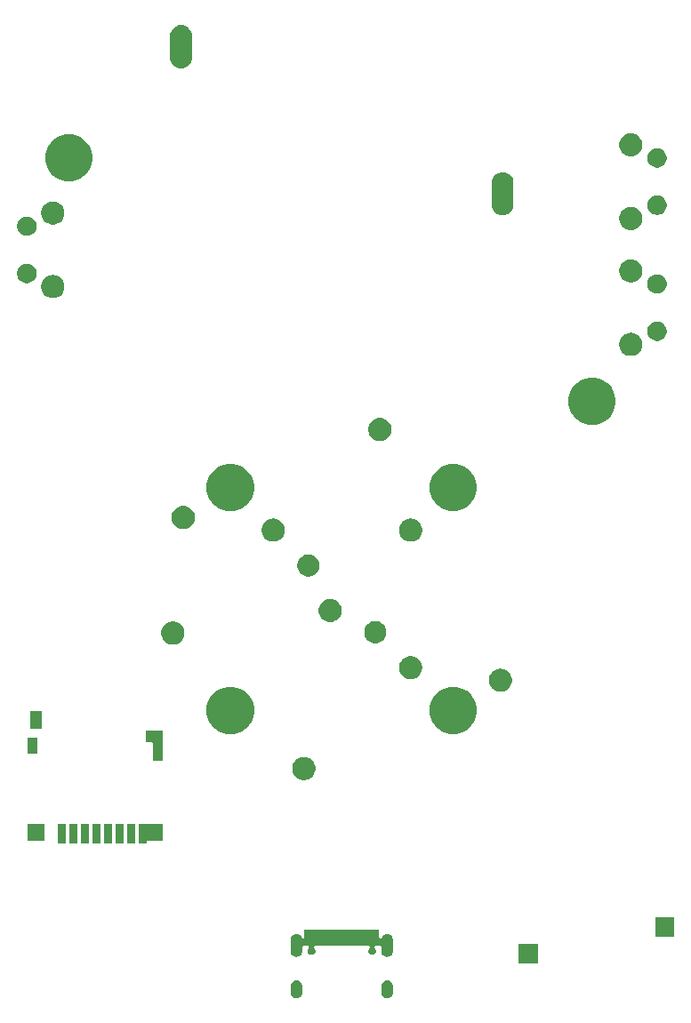
<source format=gbr>
G04 #@! TF.GenerationSoftware,KiCad,Pcbnew,(5.1.0-0)*
G04 #@! TF.CreationDate,2019-05-15T23:46:39-04:00*
G04 #@! TF.ProjectId,phone-hw,70686f6e-652d-4687-972e-6b696361645f,rev?*
G04 #@! TF.SameCoordinates,Original*
G04 #@! TF.FileFunction,Soldermask,Bot*
G04 #@! TF.FilePolarity,Negative*
%FSLAX46Y46*%
G04 Gerber Fmt 4.6, Leading zero omitted, Abs format (unit mm)*
G04 Created by KiCad (PCBNEW (5.1.0-0)) date 2019-05-15 23:46:39*
%MOMM*%
%LPD*%
G04 APERTURE LIST*
%ADD10C,0.100000*%
G04 APERTURE END LIST*
D10*
G36*
X57428015Y-118336973D02*
G01*
X57531879Y-118368479D01*
X57559055Y-118383005D01*
X57627600Y-118419643D01*
X57711501Y-118488499D01*
X57780357Y-118572400D01*
X57816995Y-118640945D01*
X57831521Y-118668121D01*
X57863027Y-118771985D01*
X57871000Y-118852933D01*
X57871000Y-119507067D01*
X57863027Y-119588015D01*
X57831521Y-119691879D01*
X57780356Y-119787600D01*
X57711501Y-119871501D01*
X57642645Y-119928009D01*
X57627599Y-119940357D01*
X57575907Y-119967987D01*
X57531878Y-119991521D01*
X57428014Y-120023027D01*
X57320000Y-120033666D01*
X57211985Y-120023027D01*
X57108121Y-119991521D01*
X57064093Y-119967987D01*
X57012401Y-119940357D01*
X56999643Y-119929887D01*
X56928499Y-119871501D01*
X56859644Y-119787600D01*
X56808479Y-119691878D01*
X56776973Y-119588014D01*
X56769000Y-119507066D01*
X56769000Y-118852933D01*
X56776973Y-118771985D01*
X56808480Y-118668121D01*
X56808482Y-118668118D01*
X56859645Y-118572399D01*
X56928500Y-118488499D01*
X57012401Y-118419643D01*
X57080946Y-118383005D01*
X57108122Y-118368479D01*
X57211986Y-118336973D01*
X57320000Y-118326334D01*
X57428015Y-118336973D01*
X57428015Y-118336973D01*
G37*
G36*
X48788015Y-118336973D02*
G01*
X48891879Y-118368479D01*
X48919055Y-118383005D01*
X48987600Y-118419643D01*
X49071501Y-118488499D01*
X49140357Y-118572400D01*
X49176995Y-118640945D01*
X49191521Y-118668121D01*
X49223027Y-118771985D01*
X49231000Y-118852933D01*
X49231000Y-119507067D01*
X49223027Y-119588015D01*
X49191521Y-119691879D01*
X49140356Y-119787600D01*
X49071501Y-119871501D01*
X49002645Y-119928009D01*
X48987599Y-119940357D01*
X48935907Y-119967987D01*
X48891878Y-119991521D01*
X48788014Y-120023027D01*
X48680000Y-120033666D01*
X48571985Y-120023027D01*
X48468121Y-119991521D01*
X48424093Y-119967987D01*
X48372401Y-119940357D01*
X48359643Y-119929887D01*
X48288499Y-119871501D01*
X48219644Y-119787600D01*
X48168479Y-119691878D01*
X48136973Y-119588014D01*
X48129000Y-119507066D01*
X48129000Y-118852933D01*
X48136973Y-118771985D01*
X48168480Y-118668121D01*
X48168482Y-118668118D01*
X48219645Y-118572399D01*
X48288500Y-118488499D01*
X48372401Y-118419643D01*
X48440946Y-118383005D01*
X48468122Y-118368479D01*
X48571986Y-118336973D01*
X48680000Y-118326334D01*
X48788015Y-118336973D01*
X48788015Y-118336973D01*
G37*
G36*
X71651000Y-116701000D02*
G01*
X69849000Y-116701000D01*
X69849000Y-114899000D01*
X71651000Y-114899000D01*
X71651000Y-116701000D01*
X71651000Y-116701000D01*
G37*
G36*
X56551000Y-114244247D02*
G01*
X56553402Y-114268633D01*
X56560515Y-114292082D01*
X56572066Y-114313693D01*
X56587611Y-114332635D01*
X56606553Y-114348180D01*
X56628164Y-114359731D01*
X56651613Y-114366844D01*
X56675999Y-114369246D01*
X56700385Y-114366844D01*
X56723834Y-114359731D01*
X56745445Y-114348180D01*
X56764387Y-114332635D01*
X56779932Y-114313693D01*
X56795613Y-114280537D01*
X56808480Y-114238121D01*
X56823006Y-114210945D01*
X56859644Y-114142400D01*
X56928500Y-114058499D01*
X57012401Y-113989643D01*
X57080946Y-113953005D01*
X57108122Y-113938479D01*
X57211986Y-113906973D01*
X57320000Y-113896334D01*
X57428015Y-113906973D01*
X57531879Y-113938479D01*
X57559055Y-113953005D01*
X57627600Y-113989643D01*
X57711501Y-114058499D01*
X57780357Y-114142400D01*
X57816995Y-114210945D01*
X57831521Y-114238121D01*
X57863027Y-114341985D01*
X57871000Y-114422933D01*
X57871000Y-115577067D01*
X57863027Y-115658015D01*
X57831521Y-115761879D01*
X57780356Y-115857600D01*
X57711501Y-115941501D01*
X57642645Y-115998009D01*
X57627599Y-116010357D01*
X57575907Y-116037987D01*
X57531878Y-116061521D01*
X57428014Y-116093027D01*
X57320000Y-116103666D01*
X57211985Y-116093027D01*
X57108121Y-116061521D01*
X57064093Y-116037987D01*
X57012401Y-116010357D01*
X56999643Y-115999887D01*
X56928499Y-115941501D01*
X56859644Y-115857600D01*
X56808479Y-115761878D01*
X56776973Y-115658014D01*
X56769000Y-115577066D01*
X56769000Y-115175999D01*
X56766598Y-115151613D01*
X56759485Y-115128164D01*
X56747934Y-115106553D01*
X56732389Y-115087611D01*
X56713447Y-115072066D01*
X56691836Y-115060515D01*
X56668387Y-115053402D01*
X56644001Y-115051000D01*
X56244518Y-115051000D01*
X56220132Y-115053402D01*
X56196683Y-115060515D01*
X56175072Y-115072066D01*
X56156130Y-115087611D01*
X56140585Y-115106553D01*
X56129034Y-115128164D01*
X56121921Y-115151613D01*
X56119519Y-115175999D01*
X56121921Y-115200385D01*
X56129034Y-115223834D01*
X56140585Y-115245445D01*
X56156125Y-115264381D01*
X56182058Y-115290314D01*
X56223207Y-115351897D01*
X56251550Y-115420325D01*
X56251551Y-115420328D01*
X56266000Y-115492966D01*
X56266000Y-115567034D01*
X56264006Y-115577060D01*
X56251550Y-115639675D01*
X56223207Y-115708103D01*
X56182058Y-115769686D01*
X56129686Y-115822058D01*
X56068103Y-115863207D01*
X55999675Y-115891550D01*
X55999674Y-115891550D01*
X55999672Y-115891551D01*
X55927034Y-115906000D01*
X55852966Y-115906000D01*
X55780328Y-115891551D01*
X55780326Y-115891550D01*
X55780325Y-115891550D01*
X55711897Y-115863207D01*
X55650314Y-115822058D01*
X55597942Y-115769686D01*
X55556793Y-115708103D01*
X55528450Y-115639675D01*
X55515995Y-115577060D01*
X55514000Y-115567034D01*
X55514000Y-115492966D01*
X55528449Y-115420328D01*
X55528450Y-115420325D01*
X55556793Y-115351897D01*
X55597942Y-115290314D01*
X55623875Y-115264381D01*
X55639415Y-115245445D01*
X55650966Y-115223834D01*
X55658079Y-115200385D01*
X55660481Y-115175999D01*
X55658079Y-115151613D01*
X55650966Y-115128164D01*
X55639415Y-115106553D01*
X55623870Y-115087611D01*
X55604928Y-115072066D01*
X55583317Y-115060515D01*
X55559868Y-115053402D01*
X55535482Y-115051000D01*
X50464518Y-115051000D01*
X50440132Y-115053402D01*
X50416683Y-115060515D01*
X50395072Y-115072066D01*
X50376130Y-115087611D01*
X50360585Y-115106553D01*
X50349034Y-115128164D01*
X50341921Y-115151613D01*
X50339519Y-115175999D01*
X50341921Y-115200385D01*
X50349034Y-115223834D01*
X50360585Y-115245445D01*
X50376125Y-115264381D01*
X50402058Y-115290314D01*
X50443207Y-115351897D01*
X50471550Y-115420325D01*
X50471551Y-115420328D01*
X50486000Y-115492966D01*
X50486000Y-115567034D01*
X50484006Y-115577060D01*
X50471550Y-115639675D01*
X50443207Y-115708103D01*
X50402058Y-115769686D01*
X50349686Y-115822058D01*
X50288103Y-115863207D01*
X50219675Y-115891550D01*
X50219674Y-115891550D01*
X50219672Y-115891551D01*
X50147034Y-115906000D01*
X50072966Y-115906000D01*
X50000328Y-115891551D01*
X50000326Y-115891550D01*
X50000325Y-115891550D01*
X49931897Y-115863207D01*
X49870314Y-115822058D01*
X49817942Y-115769686D01*
X49776793Y-115708103D01*
X49748450Y-115639675D01*
X49735995Y-115577060D01*
X49734000Y-115567034D01*
X49734000Y-115492966D01*
X49748449Y-115420328D01*
X49748450Y-115420325D01*
X49776793Y-115351897D01*
X49817942Y-115290314D01*
X49843875Y-115264381D01*
X49859415Y-115245445D01*
X49870966Y-115223834D01*
X49878079Y-115200385D01*
X49880481Y-115175999D01*
X49878079Y-115151613D01*
X49870966Y-115128164D01*
X49859415Y-115106553D01*
X49843870Y-115087611D01*
X49824928Y-115072066D01*
X49803317Y-115060515D01*
X49779868Y-115053402D01*
X49755482Y-115051000D01*
X49355999Y-115051000D01*
X49331613Y-115053402D01*
X49308164Y-115060515D01*
X49286553Y-115072066D01*
X49267611Y-115087611D01*
X49252066Y-115106553D01*
X49240515Y-115128164D01*
X49233402Y-115151613D01*
X49231000Y-115175999D01*
X49231000Y-115577067D01*
X49223027Y-115658015D01*
X49191521Y-115761879D01*
X49140356Y-115857600D01*
X49071501Y-115941501D01*
X49002645Y-115998009D01*
X48987599Y-116010357D01*
X48935907Y-116037987D01*
X48891878Y-116061521D01*
X48788014Y-116093027D01*
X48680000Y-116103666D01*
X48571985Y-116093027D01*
X48468121Y-116061521D01*
X48424093Y-116037987D01*
X48372401Y-116010357D01*
X48359643Y-115999887D01*
X48288499Y-115941501D01*
X48219644Y-115857600D01*
X48168479Y-115761878D01*
X48136973Y-115658014D01*
X48129000Y-115577066D01*
X48129001Y-114422933D01*
X48136974Y-114341985D01*
X48168480Y-114238121D01*
X48183006Y-114210945D01*
X48219644Y-114142400D01*
X48288500Y-114058499D01*
X48372401Y-113989643D01*
X48440946Y-113953005D01*
X48468122Y-113938479D01*
X48571986Y-113906973D01*
X48680000Y-113896334D01*
X48788015Y-113906973D01*
X48891879Y-113938479D01*
X48919055Y-113953005D01*
X48987600Y-113989643D01*
X49071501Y-114058499D01*
X49140357Y-114142400D01*
X49176995Y-114210945D01*
X49191521Y-114238121D01*
X49204388Y-114280538D01*
X49213762Y-114303168D01*
X49227375Y-114323542D01*
X49244702Y-114340869D01*
X49265077Y-114354483D01*
X49287716Y-114363861D01*
X49311749Y-114368641D01*
X49336253Y-114368641D01*
X49360286Y-114363861D01*
X49382925Y-114354483D01*
X49403299Y-114340870D01*
X49420626Y-114323543D01*
X49434240Y-114303168D01*
X49443618Y-114280529D01*
X49448398Y-114256496D01*
X49449000Y-114244244D01*
X49449000Y-113499000D01*
X56551000Y-113499000D01*
X56551000Y-114244247D01*
X56551000Y-114244247D01*
G37*
G36*
X84651000Y-114151000D02*
G01*
X82849000Y-114151000D01*
X82849000Y-112349000D01*
X84651000Y-112349000D01*
X84651000Y-114151000D01*
X84651000Y-114151000D01*
G37*
G36*
X35926000Y-105026000D02*
G01*
X34550999Y-105026000D01*
X34526613Y-105028402D01*
X34503164Y-105035515D01*
X34481553Y-105047066D01*
X34462611Y-105062611D01*
X34447066Y-105081553D01*
X34435515Y-105103164D01*
X34428402Y-105126613D01*
X34426000Y-105150999D01*
X34426000Y-105276000D01*
X33624000Y-105276000D01*
X33624000Y-103424000D01*
X35926000Y-103424000D01*
X35926000Y-105026000D01*
X35926000Y-105026000D01*
G37*
G36*
X33326000Y-105276000D02*
G01*
X32524000Y-105276000D01*
X32524000Y-103424000D01*
X33326000Y-103424000D01*
X33326000Y-105276000D01*
X33326000Y-105276000D01*
G37*
G36*
X32226000Y-105276000D02*
G01*
X31424000Y-105276000D01*
X31424000Y-103424000D01*
X32226000Y-103424000D01*
X32226000Y-105276000D01*
X32226000Y-105276000D01*
G37*
G36*
X31126000Y-105276000D02*
G01*
X30324000Y-105276000D01*
X30324000Y-103424000D01*
X31126000Y-103424000D01*
X31126000Y-105276000D01*
X31126000Y-105276000D01*
G37*
G36*
X30026000Y-105276000D02*
G01*
X29224000Y-105276000D01*
X29224000Y-103424000D01*
X30026000Y-103424000D01*
X30026000Y-105276000D01*
X30026000Y-105276000D01*
G37*
G36*
X28926000Y-105276000D02*
G01*
X28124000Y-105276000D01*
X28124000Y-103424000D01*
X28926000Y-103424000D01*
X28926000Y-105276000D01*
X28926000Y-105276000D01*
G37*
G36*
X27826000Y-105276000D02*
G01*
X27024000Y-105276000D01*
X27024000Y-103424000D01*
X27826000Y-103424000D01*
X27826000Y-105276000D01*
X27826000Y-105276000D01*
G37*
G36*
X26726000Y-105276000D02*
G01*
X25924000Y-105276000D01*
X25924000Y-103424000D01*
X26726000Y-103424000D01*
X26726000Y-105276000D01*
X26726000Y-105276000D01*
G37*
G36*
X24676000Y-105026000D02*
G01*
X23074000Y-105026000D01*
X23074000Y-103424000D01*
X24676000Y-103424000D01*
X24676000Y-105026000D01*
X24676000Y-105026000D01*
G37*
G36*
X49604795Y-97070156D02*
G01*
X49711150Y-97091311D01*
X49811334Y-97132809D01*
X49911520Y-97174307D01*
X50091844Y-97294795D01*
X50245205Y-97448156D01*
X50365693Y-97628480D01*
X50448689Y-97828851D01*
X50491000Y-98041560D01*
X50491000Y-98258440D01*
X50448689Y-98471149D01*
X50365693Y-98671520D01*
X50245205Y-98851844D01*
X50091844Y-99005205D01*
X49911520Y-99125693D01*
X49811334Y-99167191D01*
X49711150Y-99208689D01*
X49604795Y-99229844D01*
X49498440Y-99251000D01*
X49281560Y-99251000D01*
X49175205Y-99229844D01*
X49068850Y-99208689D01*
X48968666Y-99167191D01*
X48868480Y-99125693D01*
X48688156Y-99005205D01*
X48534795Y-98851844D01*
X48414307Y-98671520D01*
X48331311Y-98471149D01*
X48289000Y-98258440D01*
X48289000Y-98041560D01*
X48331311Y-97828851D01*
X48414307Y-97628480D01*
X48534795Y-97448156D01*
X48688156Y-97294795D01*
X48868480Y-97174307D01*
X49068850Y-97091311D01*
X49175205Y-97070156D01*
X49281560Y-97049000D01*
X49498440Y-97049000D01*
X49604795Y-97070156D01*
X49604795Y-97070156D01*
G37*
G36*
X35926000Y-97426000D02*
G01*
X35024000Y-97426000D01*
X35024000Y-95800999D01*
X35021598Y-95776613D01*
X35014485Y-95753164D01*
X35002934Y-95731553D01*
X34987389Y-95712611D01*
X34968447Y-95697066D01*
X34946836Y-95685515D01*
X34923387Y-95678402D01*
X34899001Y-95676000D01*
X34374000Y-95676000D01*
X34374000Y-94574000D01*
X35926000Y-94574000D01*
X35926000Y-97426000D01*
X35926000Y-97426000D01*
G37*
G36*
X23976000Y-96726000D02*
G01*
X23074000Y-96726000D01*
X23074000Y-95224000D01*
X23976000Y-95224000D01*
X23976000Y-96726000D01*
X23976000Y-96726000D01*
G37*
G36*
X63885880Y-90369776D02*
G01*
X64266593Y-90445504D01*
X64676249Y-90615189D01*
X65044929Y-90861534D01*
X65358466Y-91175071D01*
X65604811Y-91543751D01*
X65774496Y-91953407D01*
X65861000Y-92388296D01*
X65861000Y-92831704D01*
X65774496Y-93266593D01*
X65604811Y-93676249D01*
X65358466Y-94044929D01*
X65044929Y-94358466D01*
X64676249Y-94604811D01*
X64266593Y-94774496D01*
X63885880Y-94850224D01*
X63831705Y-94861000D01*
X63388295Y-94861000D01*
X63334120Y-94850224D01*
X62953407Y-94774496D01*
X62543751Y-94604811D01*
X62175071Y-94358466D01*
X61861534Y-94044929D01*
X61615189Y-93676249D01*
X61445504Y-93266593D01*
X61359000Y-92831704D01*
X61359000Y-92388296D01*
X61445504Y-91953407D01*
X61615189Y-91543751D01*
X61861534Y-91175071D01*
X62175071Y-90861534D01*
X62543751Y-90615189D01*
X62953407Y-90445504D01*
X63334120Y-90369776D01*
X63388295Y-90359000D01*
X63831705Y-90359000D01*
X63885880Y-90369776D01*
X63885880Y-90369776D01*
G37*
G36*
X42665880Y-90369776D02*
G01*
X43046593Y-90445504D01*
X43456249Y-90615189D01*
X43824929Y-90861534D01*
X44138466Y-91175071D01*
X44384811Y-91543751D01*
X44554496Y-91953407D01*
X44641000Y-92388296D01*
X44641000Y-92831704D01*
X44554496Y-93266593D01*
X44384811Y-93676249D01*
X44138466Y-94044929D01*
X43824929Y-94358466D01*
X43456249Y-94604811D01*
X43046593Y-94774496D01*
X42665880Y-94850224D01*
X42611705Y-94861000D01*
X42168295Y-94861000D01*
X42114120Y-94850224D01*
X41733407Y-94774496D01*
X41323751Y-94604811D01*
X40955071Y-94358466D01*
X40641534Y-94044929D01*
X40395189Y-93676249D01*
X40225504Y-93266593D01*
X40139000Y-92831704D01*
X40139000Y-92388296D01*
X40225504Y-91953407D01*
X40395189Y-91543751D01*
X40641534Y-91175071D01*
X40955071Y-90861534D01*
X41323751Y-90615189D01*
X41733407Y-90445504D01*
X42114120Y-90369776D01*
X42168295Y-90359000D01*
X42611705Y-90359000D01*
X42665880Y-90369776D01*
X42665880Y-90369776D01*
G37*
G36*
X24476000Y-94376000D02*
G01*
X23374000Y-94376000D01*
X23374000Y-92724000D01*
X24476000Y-92724000D01*
X24476000Y-94376000D01*
X24476000Y-94376000D01*
G37*
G36*
X68316794Y-88670155D02*
G01*
X68423150Y-88691311D01*
X68623520Y-88774307D01*
X68803844Y-88894795D01*
X68957205Y-89048156D01*
X69077693Y-89228480D01*
X69160689Y-89428851D01*
X69203000Y-89641560D01*
X69203000Y-89858440D01*
X69160689Y-90071149D01*
X69077693Y-90271520D01*
X68957205Y-90451844D01*
X68803844Y-90605205D01*
X68623520Y-90725693D01*
X68523334Y-90767191D01*
X68423150Y-90808689D01*
X68316795Y-90829844D01*
X68210440Y-90851000D01*
X67993560Y-90851000D01*
X67887205Y-90829844D01*
X67780850Y-90808689D01*
X67680666Y-90767191D01*
X67580480Y-90725693D01*
X67400156Y-90605205D01*
X67246795Y-90451844D01*
X67126307Y-90271520D01*
X67043311Y-90071149D01*
X67001000Y-89858440D01*
X67001000Y-89641560D01*
X67043311Y-89428851D01*
X67126307Y-89228480D01*
X67246795Y-89048156D01*
X67400156Y-88894795D01*
X67580480Y-88774307D01*
X67780850Y-88691311D01*
X67887206Y-88670155D01*
X67993560Y-88649000D01*
X68210440Y-88649000D01*
X68316794Y-88670155D01*
X68316794Y-88670155D01*
G37*
G36*
X59761794Y-87467155D02*
G01*
X59868150Y-87488311D01*
X59968334Y-87529809D01*
X60068520Y-87571307D01*
X60248844Y-87691795D01*
X60402205Y-87845156D01*
X60522693Y-88025480D01*
X60605689Y-88225851D01*
X60648000Y-88438560D01*
X60648000Y-88655440D01*
X60605689Y-88868149D01*
X60522693Y-89068520D01*
X60402205Y-89248844D01*
X60248844Y-89402205D01*
X60068520Y-89522693D01*
X59968334Y-89564191D01*
X59868150Y-89605689D01*
X59761795Y-89626844D01*
X59655440Y-89648000D01*
X59438560Y-89648000D01*
X59332205Y-89626844D01*
X59225850Y-89605689D01*
X59025480Y-89522693D01*
X58845156Y-89402205D01*
X58691795Y-89248844D01*
X58571307Y-89068520D01*
X58488311Y-88868149D01*
X58446000Y-88655440D01*
X58446000Y-88438560D01*
X58488311Y-88225851D01*
X58571307Y-88025480D01*
X58691795Y-87845156D01*
X58845156Y-87691795D01*
X59025480Y-87571307D01*
X59225850Y-87488311D01*
X59332206Y-87467155D01*
X59438560Y-87446000D01*
X59655440Y-87446000D01*
X59761794Y-87467155D01*
X59761794Y-87467155D01*
G37*
G36*
X37135795Y-84174156D02*
G01*
X37242150Y-84195311D01*
X37280026Y-84211000D01*
X37442520Y-84278307D01*
X37622844Y-84398795D01*
X37776205Y-84552156D01*
X37896693Y-84732480D01*
X37979689Y-84932851D01*
X38022000Y-85145560D01*
X38022000Y-85362440D01*
X37979689Y-85575149D01*
X37896693Y-85775520D01*
X37776205Y-85955844D01*
X37622844Y-86109205D01*
X37442520Y-86229693D01*
X37242150Y-86312689D01*
X37135794Y-86333845D01*
X37029440Y-86355000D01*
X36812560Y-86355000D01*
X36706206Y-86333845D01*
X36599850Y-86312689D01*
X36399480Y-86229693D01*
X36219156Y-86109205D01*
X36065795Y-85955844D01*
X35945307Y-85775520D01*
X35862311Y-85575149D01*
X35820000Y-85362440D01*
X35820000Y-85145560D01*
X35862311Y-84932851D01*
X35945307Y-84732480D01*
X36065795Y-84552156D01*
X36219156Y-84398795D01*
X36399480Y-84278307D01*
X36561974Y-84211000D01*
X36599850Y-84195311D01*
X36706205Y-84174156D01*
X36812560Y-84153000D01*
X37029440Y-84153000D01*
X37135795Y-84174156D01*
X37135795Y-84174156D01*
G37*
G36*
X56488564Y-84171389D02*
G01*
X56679833Y-84250615D01*
X56679835Y-84250616D01*
X56721277Y-84278307D01*
X56851973Y-84365635D01*
X56998365Y-84512027D01*
X57113385Y-84684167D01*
X57192611Y-84875436D01*
X57233000Y-85078484D01*
X57233000Y-85285516D01*
X57192611Y-85488564D01*
X57156746Y-85575149D01*
X57113384Y-85679835D01*
X56998365Y-85851973D01*
X56851973Y-85998365D01*
X56679835Y-86113384D01*
X56679834Y-86113385D01*
X56679833Y-86113385D01*
X56488564Y-86192611D01*
X56285516Y-86233000D01*
X56078484Y-86233000D01*
X55875436Y-86192611D01*
X55684167Y-86113385D01*
X55684166Y-86113385D01*
X55684165Y-86113384D01*
X55512027Y-85998365D01*
X55365635Y-85851973D01*
X55250616Y-85679835D01*
X55207254Y-85575149D01*
X55171389Y-85488564D01*
X55131000Y-85285516D01*
X55131000Y-85078484D01*
X55171389Y-84875436D01*
X55250615Y-84684167D01*
X55365635Y-84512027D01*
X55512027Y-84365635D01*
X55642723Y-84278307D01*
X55684165Y-84250616D01*
X55684167Y-84250615D01*
X55875436Y-84171389D01*
X56078484Y-84131000D01*
X56285516Y-84131000D01*
X56488564Y-84171389D01*
X56488564Y-84171389D01*
G37*
G36*
X52104795Y-82030156D02*
G01*
X52211150Y-82051311D01*
X52311334Y-82092809D01*
X52411520Y-82134307D01*
X52591844Y-82254795D01*
X52745205Y-82408156D01*
X52865693Y-82588480D01*
X52948689Y-82788851D01*
X52991000Y-83001560D01*
X52991000Y-83218440D01*
X52948689Y-83431149D01*
X52865693Y-83631520D01*
X52745205Y-83811844D01*
X52591844Y-83965205D01*
X52411520Y-84085693D01*
X52211150Y-84168689D01*
X52104795Y-84189844D01*
X51998440Y-84211000D01*
X51781560Y-84211000D01*
X51675205Y-84189844D01*
X51568850Y-84168689D01*
X51368480Y-84085693D01*
X51188156Y-83965205D01*
X51034795Y-83811844D01*
X50914307Y-83631520D01*
X50831311Y-83431149D01*
X50789000Y-83218440D01*
X50789000Y-83001560D01*
X50831311Y-82788851D01*
X50914307Y-82588480D01*
X51034795Y-82408156D01*
X51188156Y-82254795D01*
X51368480Y-82134307D01*
X51468666Y-82092809D01*
X51568850Y-82051311D01*
X51675205Y-82030156D01*
X51781560Y-82009000D01*
X51998440Y-82009000D01*
X52104795Y-82030156D01*
X52104795Y-82030156D01*
G37*
G36*
X50124564Y-77807389D02*
G01*
X50315833Y-77886615D01*
X50315835Y-77886616D01*
X50487973Y-78001635D01*
X50634365Y-78148027D01*
X50749385Y-78320167D01*
X50828611Y-78511436D01*
X50869000Y-78714484D01*
X50869000Y-78921516D01*
X50828611Y-79124564D01*
X50749385Y-79315833D01*
X50749384Y-79315835D01*
X50634365Y-79487973D01*
X50487973Y-79634365D01*
X50315835Y-79749384D01*
X50315834Y-79749385D01*
X50315833Y-79749385D01*
X50124564Y-79828611D01*
X49921516Y-79869000D01*
X49714484Y-79869000D01*
X49511436Y-79828611D01*
X49320167Y-79749385D01*
X49320166Y-79749385D01*
X49320165Y-79749384D01*
X49148027Y-79634365D01*
X49001635Y-79487973D01*
X48886616Y-79315835D01*
X48886615Y-79315833D01*
X48807389Y-79124564D01*
X48767000Y-78921516D01*
X48767000Y-78714484D01*
X48807389Y-78511436D01*
X48886615Y-78320167D01*
X49001635Y-78148027D01*
X49148027Y-78001635D01*
X49320165Y-77886616D01*
X49320167Y-77886615D01*
X49511436Y-77807389D01*
X49714484Y-77767000D01*
X49921516Y-77767000D01*
X50124564Y-77807389D01*
X50124564Y-77807389D01*
G37*
G36*
X46667794Y-74373155D02*
G01*
X46774150Y-74394311D01*
X46874334Y-74435809D01*
X46974520Y-74477307D01*
X47154844Y-74597795D01*
X47308205Y-74751156D01*
X47428693Y-74931480D01*
X47428693Y-74931481D01*
X47511275Y-75130850D01*
X47511689Y-75131851D01*
X47554000Y-75344560D01*
X47554000Y-75561440D01*
X47511689Y-75774149D01*
X47428693Y-75974520D01*
X47308205Y-76154844D01*
X47154844Y-76308205D01*
X46974520Y-76428693D01*
X46774150Y-76511689D01*
X46667795Y-76532844D01*
X46561440Y-76554000D01*
X46344560Y-76554000D01*
X46238205Y-76532844D01*
X46131850Y-76511689D01*
X45931480Y-76428693D01*
X45751156Y-76308205D01*
X45597795Y-76154844D01*
X45477307Y-75974520D01*
X45394311Y-75774149D01*
X45352000Y-75561440D01*
X45352000Y-75344560D01*
X45394311Y-75131851D01*
X45394726Y-75130850D01*
X45477307Y-74931481D01*
X45477307Y-74931480D01*
X45597795Y-74751156D01*
X45751156Y-74597795D01*
X45931480Y-74477307D01*
X46031666Y-74435809D01*
X46131850Y-74394311D01*
X46238206Y-74373155D01*
X46344560Y-74352000D01*
X46561440Y-74352000D01*
X46667794Y-74373155D01*
X46667794Y-74373155D01*
G37*
G36*
X59762794Y-74372155D02*
G01*
X59869150Y-74393311D01*
X59969334Y-74434809D01*
X60069520Y-74476307D01*
X60249844Y-74596795D01*
X60403205Y-74750156D01*
X60523693Y-74930480D01*
X60532542Y-74951844D01*
X60606689Y-75130850D01*
X60649000Y-75343561D01*
X60649000Y-75560439D01*
X60606689Y-75773150D01*
X60565191Y-75873334D01*
X60523693Y-75973520D01*
X60403205Y-76153844D01*
X60249844Y-76307205D01*
X60069520Y-76427693D01*
X59969334Y-76469191D01*
X59869150Y-76510689D01*
X59762795Y-76531844D01*
X59656440Y-76553000D01*
X59439560Y-76553000D01*
X59333205Y-76531844D01*
X59226850Y-76510689D01*
X59126666Y-76469191D01*
X59026480Y-76427693D01*
X58846156Y-76307205D01*
X58692795Y-76153844D01*
X58572307Y-75973520D01*
X58530809Y-75873334D01*
X58489311Y-75773150D01*
X58447000Y-75560439D01*
X58447000Y-75343561D01*
X58489311Y-75130850D01*
X58563458Y-74951844D01*
X58572307Y-74930480D01*
X58692795Y-74750156D01*
X58846156Y-74596795D01*
X59026480Y-74476307D01*
X59126666Y-74434809D01*
X59226850Y-74393311D01*
X59333206Y-74372155D01*
X59439560Y-74351000D01*
X59656440Y-74351000D01*
X59762794Y-74372155D01*
X59762794Y-74372155D01*
G37*
G36*
X38112794Y-73170155D02*
G01*
X38219150Y-73191311D01*
X38419520Y-73274307D01*
X38599844Y-73394795D01*
X38753205Y-73548156D01*
X38873693Y-73728480D01*
X38873693Y-73728481D01*
X38956689Y-73928850D01*
X38999000Y-74141561D01*
X38999000Y-74358439D01*
X38975555Y-74476307D01*
X38956689Y-74571149D01*
X38873693Y-74771520D01*
X38753205Y-74951844D01*
X38599844Y-75105205D01*
X38419520Y-75225693D01*
X38319334Y-75267191D01*
X38219150Y-75308689D01*
X38112795Y-75329844D01*
X38006440Y-75351000D01*
X37789560Y-75351000D01*
X37683205Y-75329844D01*
X37576850Y-75308689D01*
X37476666Y-75267191D01*
X37376480Y-75225693D01*
X37196156Y-75105205D01*
X37042795Y-74951844D01*
X36922307Y-74771520D01*
X36839311Y-74571149D01*
X36820446Y-74476307D01*
X36797000Y-74358439D01*
X36797000Y-74141561D01*
X36839311Y-73928850D01*
X36922307Y-73728481D01*
X36922307Y-73728480D01*
X37042795Y-73548156D01*
X37196156Y-73394795D01*
X37376480Y-73274307D01*
X37576850Y-73191311D01*
X37683206Y-73170155D01*
X37789560Y-73149000D01*
X38006440Y-73149000D01*
X38112794Y-73170155D01*
X38112794Y-73170155D01*
G37*
G36*
X63885880Y-69149776D02*
G01*
X64266593Y-69225504D01*
X64676249Y-69395189D01*
X65044929Y-69641534D01*
X65358466Y-69955071D01*
X65604811Y-70323751D01*
X65774496Y-70733407D01*
X65861000Y-71168296D01*
X65861000Y-71611704D01*
X65774496Y-72046593D01*
X65604811Y-72456249D01*
X65358466Y-72824929D01*
X65044929Y-73138466D01*
X64676249Y-73384811D01*
X64266593Y-73554496D01*
X63885880Y-73630224D01*
X63831705Y-73641000D01*
X63388295Y-73641000D01*
X63334120Y-73630224D01*
X62953407Y-73554496D01*
X62543751Y-73384811D01*
X62175071Y-73138466D01*
X61861534Y-72824929D01*
X61615189Y-72456249D01*
X61445504Y-72046593D01*
X61359000Y-71611704D01*
X61359000Y-71168296D01*
X61445504Y-70733407D01*
X61615189Y-70323751D01*
X61861534Y-69955071D01*
X62175071Y-69641534D01*
X62543751Y-69395189D01*
X62953407Y-69225504D01*
X63334120Y-69149776D01*
X63388295Y-69139000D01*
X63831705Y-69139000D01*
X63885880Y-69149776D01*
X63885880Y-69149776D01*
G37*
G36*
X42665880Y-69149776D02*
G01*
X43046593Y-69225504D01*
X43456249Y-69395189D01*
X43824929Y-69641534D01*
X44138466Y-69955071D01*
X44384811Y-70323751D01*
X44554496Y-70733407D01*
X44641000Y-71168296D01*
X44641000Y-71611704D01*
X44554496Y-72046593D01*
X44384811Y-72456249D01*
X44138466Y-72824929D01*
X43824929Y-73138466D01*
X43456249Y-73384811D01*
X43046593Y-73554496D01*
X42665880Y-73630224D01*
X42611705Y-73641000D01*
X42168295Y-73641000D01*
X42114120Y-73630224D01*
X41733407Y-73554496D01*
X41323751Y-73384811D01*
X40955071Y-73138466D01*
X40641534Y-72824929D01*
X40395189Y-72456249D01*
X40225504Y-72046593D01*
X40139000Y-71611704D01*
X40139000Y-71168296D01*
X40225504Y-70733407D01*
X40395189Y-70323751D01*
X40641534Y-69955071D01*
X40955071Y-69641534D01*
X41323751Y-69395189D01*
X41733407Y-69225504D01*
X42114120Y-69149776D01*
X42168295Y-69139000D01*
X42611705Y-69139000D01*
X42665880Y-69149776D01*
X42665880Y-69149776D01*
G37*
G36*
X56824795Y-64770156D02*
G01*
X56931150Y-64791311D01*
X57031334Y-64832809D01*
X57131520Y-64874307D01*
X57311844Y-64994795D01*
X57465205Y-65148156D01*
X57585693Y-65328480D01*
X57668689Y-65528851D01*
X57711000Y-65741560D01*
X57711000Y-65958440D01*
X57668689Y-66171149D01*
X57585693Y-66371520D01*
X57465205Y-66551844D01*
X57311844Y-66705205D01*
X57131520Y-66825693D01*
X56931150Y-66908689D01*
X56824794Y-66929845D01*
X56718440Y-66951000D01*
X56501560Y-66951000D01*
X56395206Y-66929845D01*
X56288850Y-66908689D01*
X56088480Y-66825693D01*
X55908156Y-66705205D01*
X55754795Y-66551844D01*
X55634307Y-66371520D01*
X55551311Y-66171149D01*
X55509000Y-65958440D01*
X55509000Y-65741560D01*
X55551311Y-65528851D01*
X55634307Y-65328480D01*
X55754795Y-65148156D01*
X55908156Y-64994795D01*
X56088480Y-64874307D01*
X56188666Y-64832809D01*
X56288850Y-64791311D01*
X56395205Y-64770156D01*
X56501560Y-64749000D01*
X56718440Y-64749000D01*
X56824795Y-64770156D01*
X56824795Y-64770156D01*
G37*
G36*
X77109154Y-60926502D02*
G01*
X77489867Y-61002230D01*
X77899523Y-61171915D01*
X78268203Y-61418260D01*
X78581740Y-61731797D01*
X78828085Y-62100477D01*
X78997770Y-62510133D01*
X79084274Y-62945022D01*
X79084274Y-63388430D01*
X78997770Y-63823319D01*
X78828085Y-64232975D01*
X78581740Y-64601655D01*
X78268203Y-64915192D01*
X77899523Y-65161537D01*
X77489867Y-65331222D01*
X77109154Y-65406950D01*
X77054979Y-65417726D01*
X76611569Y-65417726D01*
X76557394Y-65406950D01*
X76176681Y-65331222D01*
X75767025Y-65161537D01*
X75398345Y-64915192D01*
X75084808Y-64601655D01*
X74838463Y-64232975D01*
X74668778Y-63823319D01*
X74582274Y-63388430D01*
X74582274Y-62945022D01*
X74668778Y-62510133D01*
X74838463Y-62100477D01*
X75084808Y-61731797D01*
X75398345Y-61418260D01*
X75767025Y-61171915D01*
X76176681Y-61002230D01*
X76557394Y-60926502D01*
X76611569Y-60915726D01*
X77054979Y-60915726D01*
X77109154Y-60926502D01*
X77109154Y-60926502D01*
G37*
G36*
X80724795Y-56680156D02*
G01*
X80831150Y-56701311D01*
X81031520Y-56784307D01*
X81211844Y-56904795D01*
X81365205Y-57058156D01*
X81485693Y-57238480D01*
X81568689Y-57438851D01*
X81611000Y-57651560D01*
X81611000Y-57868440D01*
X81568689Y-58081149D01*
X81485693Y-58281520D01*
X81365205Y-58461844D01*
X81211844Y-58615205D01*
X81031520Y-58735693D01*
X80931334Y-58777191D01*
X80831150Y-58818689D01*
X80724794Y-58839845D01*
X80618440Y-58861000D01*
X80401560Y-58861000D01*
X80295206Y-58839845D01*
X80188850Y-58818689D01*
X80088666Y-58777191D01*
X79988480Y-58735693D01*
X79808156Y-58615205D01*
X79654795Y-58461844D01*
X79534307Y-58281520D01*
X79451311Y-58081149D01*
X79409000Y-57868440D01*
X79409000Y-57651560D01*
X79451311Y-57438851D01*
X79534307Y-57238480D01*
X79654795Y-57058156D01*
X79808156Y-56904795D01*
X79988480Y-56784307D01*
X80188850Y-56701311D01*
X80295205Y-56680156D01*
X80401560Y-56659000D01*
X80618440Y-56659000D01*
X80724795Y-56680156D01*
X80724795Y-56680156D01*
G37*
G36*
X83270104Y-55609585D02*
G01*
X83438626Y-55679389D01*
X83590291Y-55780728D01*
X83719272Y-55909709D01*
X83820611Y-56061374D01*
X83890415Y-56229896D01*
X83926000Y-56408797D01*
X83926000Y-56591203D01*
X83890415Y-56770104D01*
X83820611Y-56938626D01*
X83719272Y-57090291D01*
X83590291Y-57219272D01*
X83438626Y-57320611D01*
X83270104Y-57390415D01*
X83091203Y-57426000D01*
X82908797Y-57426000D01*
X82729896Y-57390415D01*
X82561374Y-57320611D01*
X82409709Y-57219272D01*
X82280728Y-57090291D01*
X82179389Y-56938626D01*
X82109585Y-56770104D01*
X82074000Y-56591203D01*
X82074000Y-56408797D01*
X82109585Y-56229896D01*
X82179389Y-56061374D01*
X82280728Y-55909709D01*
X82409709Y-55780728D01*
X82561374Y-55679389D01*
X82729896Y-55609585D01*
X82908797Y-55574000D01*
X83091203Y-55574000D01*
X83270104Y-55609585D01*
X83270104Y-55609585D01*
G37*
G36*
X25704794Y-51170155D02*
G01*
X25811150Y-51191311D01*
X25911334Y-51232809D01*
X26011520Y-51274307D01*
X26191844Y-51394795D01*
X26345205Y-51548156D01*
X26465693Y-51728480D01*
X26503855Y-51820611D01*
X26540383Y-51908797D01*
X26548689Y-51928851D01*
X26591000Y-52141560D01*
X26591000Y-52358440D01*
X26548689Y-52571149D01*
X26465693Y-52771520D01*
X26345205Y-52951844D01*
X26191844Y-53105205D01*
X26011520Y-53225693D01*
X25911334Y-53267191D01*
X25811150Y-53308689D01*
X25704795Y-53329844D01*
X25598440Y-53351000D01*
X25381560Y-53351000D01*
X25275205Y-53329844D01*
X25168850Y-53308689D01*
X25068666Y-53267191D01*
X24968480Y-53225693D01*
X24788156Y-53105205D01*
X24634795Y-52951844D01*
X24514307Y-52771520D01*
X24431311Y-52571149D01*
X24389000Y-52358440D01*
X24389000Y-52141560D01*
X24431311Y-51928851D01*
X24439618Y-51908797D01*
X24476145Y-51820611D01*
X24514307Y-51728480D01*
X24634795Y-51548156D01*
X24788156Y-51394795D01*
X24968480Y-51274307D01*
X25068666Y-51232809D01*
X25168850Y-51191311D01*
X25275206Y-51170155D01*
X25381560Y-51149000D01*
X25598440Y-51149000D01*
X25704794Y-51170155D01*
X25704794Y-51170155D01*
G37*
G36*
X83270104Y-51109585D02*
G01*
X83438626Y-51179389D01*
X83590291Y-51280728D01*
X83719272Y-51409709D01*
X83820611Y-51561374D01*
X83890415Y-51729896D01*
X83926000Y-51908797D01*
X83926000Y-52091203D01*
X83890415Y-52270104D01*
X83820611Y-52438626D01*
X83719272Y-52590291D01*
X83590291Y-52719272D01*
X83438626Y-52820611D01*
X83270104Y-52890415D01*
X83091203Y-52926000D01*
X82908797Y-52926000D01*
X82729896Y-52890415D01*
X82561374Y-52820611D01*
X82409709Y-52719272D01*
X82280728Y-52590291D01*
X82179389Y-52438626D01*
X82109585Y-52270104D01*
X82074000Y-52091203D01*
X82074000Y-51908797D01*
X82109585Y-51729896D01*
X82179389Y-51561374D01*
X82280728Y-51409709D01*
X82409709Y-51280728D01*
X82561374Y-51179389D01*
X82729896Y-51109585D01*
X82908797Y-51074000D01*
X83091203Y-51074000D01*
X83270104Y-51109585D01*
X83270104Y-51109585D01*
G37*
G36*
X23270104Y-50109585D02*
G01*
X23438626Y-50179389D01*
X23590291Y-50280728D01*
X23719272Y-50409709D01*
X23820611Y-50561374D01*
X23890415Y-50729896D01*
X23926000Y-50908797D01*
X23926000Y-51091203D01*
X23890415Y-51270104D01*
X23820611Y-51438626D01*
X23719272Y-51590291D01*
X23590291Y-51719272D01*
X23438626Y-51820611D01*
X23270104Y-51890415D01*
X23091203Y-51926000D01*
X22908797Y-51926000D01*
X22729896Y-51890415D01*
X22561374Y-51820611D01*
X22409709Y-51719272D01*
X22280728Y-51590291D01*
X22179389Y-51438626D01*
X22109585Y-51270104D01*
X22074000Y-51091203D01*
X22074000Y-50908797D01*
X22109585Y-50729896D01*
X22179389Y-50561374D01*
X22280728Y-50409709D01*
X22409709Y-50280728D01*
X22561374Y-50179389D01*
X22729896Y-50109585D01*
X22908797Y-50074000D01*
X23091203Y-50074000D01*
X23270104Y-50109585D01*
X23270104Y-50109585D01*
G37*
G36*
X80724794Y-49670155D02*
G01*
X80831150Y-49691311D01*
X80931334Y-49732809D01*
X81031520Y-49774307D01*
X81211844Y-49894795D01*
X81365205Y-50048156D01*
X81485693Y-50228480D01*
X81485693Y-50228481D01*
X81568689Y-50428850D01*
X81611000Y-50641561D01*
X81611000Y-50858439D01*
X81568689Y-51071150D01*
X81552768Y-51109586D01*
X81485693Y-51271520D01*
X81365205Y-51451844D01*
X81211844Y-51605205D01*
X81031520Y-51725693D01*
X80931334Y-51767191D01*
X80831150Y-51808689D01*
X80771214Y-51820611D01*
X80618440Y-51851000D01*
X80401560Y-51851000D01*
X80248786Y-51820611D01*
X80188850Y-51808689D01*
X79988480Y-51725693D01*
X79808156Y-51605205D01*
X79654795Y-51451844D01*
X79534307Y-51271520D01*
X79467232Y-51109586D01*
X79451311Y-51071150D01*
X79409000Y-50858439D01*
X79409000Y-50641561D01*
X79451311Y-50428850D01*
X79534307Y-50228481D01*
X79534307Y-50228480D01*
X79654795Y-50048156D01*
X79808156Y-49894795D01*
X79988480Y-49774307D01*
X80188850Y-49691311D01*
X80295205Y-49670156D01*
X80401560Y-49649000D01*
X80618440Y-49649000D01*
X80724794Y-49670155D01*
X80724794Y-49670155D01*
G37*
G36*
X23270104Y-45609585D02*
G01*
X23438626Y-45679389D01*
X23590291Y-45780728D01*
X23719272Y-45909709D01*
X23820611Y-46061374D01*
X23890415Y-46229896D01*
X23926000Y-46408797D01*
X23926000Y-46591203D01*
X23890415Y-46770104D01*
X23820611Y-46938626D01*
X23719272Y-47090291D01*
X23590291Y-47219272D01*
X23438626Y-47320611D01*
X23270104Y-47390415D01*
X23091203Y-47426000D01*
X22908797Y-47426000D01*
X22729896Y-47390415D01*
X22561374Y-47320611D01*
X22409709Y-47219272D01*
X22280728Y-47090291D01*
X22179389Y-46938626D01*
X22109585Y-46770104D01*
X22074000Y-46591203D01*
X22074000Y-46408797D01*
X22109585Y-46229896D01*
X22179389Y-46061374D01*
X22280728Y-45909709D01*
X22409709Y-45780728D01*
X22561374Y-45679389D01*
X22729896Y-45609585D01*
X22908797Y-45574000D01*
X23091203Y-45574000D01*
X23270104Y-45609585D01*
X23270104Y-45609585D01*
G37*
G36*
X80724794Y-44680155D02*
G01*
X80831150Y-44701311D01*
X81031520Y-44784307D01*
X81211844Y-44904795D01*
X81365205Y-45058156D01*
X81485693Y-45238480D01*
X81485693Y-45238481D01*
X81567423Y-45435793D01*
X81568689Y-45438851D01*
X81602651Y-45609585D01*
X81611000Y-45651561D01*
X81611000Y-45868439D01*
X81572623Y-46061375D01*
X81568689Y-46081149D01*
X81485693Y-46281520D01*
X81365205Y-46461844D01*
X81211844Y-46615205D01*
X81031520Y-46735693D01*
X80948444Y-46770104D01*
X80831150Y-46818689D01*
X80724794Y-46839845D01*
X80618440Y-46861000D01*
X80401560Y-46861000D01*
X80295206Y-46839845D01*
X80188850Y-46818689D01*
X80071556Y-46770104D01*
X79988480Y-46735693D01*
X79808156Y-46615205D01*
X79654795Y-46461844D01*
X79534307Y-46281520D01*
X79451311Y-46081149D01*
X79447378Y-46061375D01*
X79409000Y-45868439D01*
X79409000Y-45651561D01*
X79417350Y-45609585D01*
X79451311Y-45438851D01*
X79452578Y-45435793D01*
X79534307Y-45238481D01*
X79534307Y-45238480D01*
X79654795Y-45058156D01*
X79808156Y-44904795D01*
X79988480Y-44784307D01*
X80188850Y-44701311D01*
X80295205Y-44680156D01*
X80401560Y-44659000D01*
X80618440Y-44659000D01*
X80724794Y-44680155D01*
X80724794Y-44680155D01*
G37*
G36*
X25704794Y-44160155D02*
G01*
X25811150Y-44181311D01*
X26011520Y-44264307D01*
X26191844Y-44384795D01*
X26345205Y-44538156D01*
X26465693Y-44718480D01*
X26465693Y-44718481D01*
X26548689Y-44918850D01*
X26552623Y-44938626D01*
X26591000Y-45131560D01*
X26591000Y-45348440D01*
X26548689Y-45561149D01*
X26465693Y-45761520D01*
X26345205Y-45941844D01*
X26191844Y-46095205D01*
X26011520Y-46215693D01*
X25977228Y-46229897D01*
X25811150Y-46298689D01*
X25704795Y-46319844D01*
X25598440Y-46341000D01*
X25381560Y-46341000D01*
X25275205Y-46319844D01*
X25168850Y-46298689D01*
X25002772Y-46229897D01*
X24968480Y-46215693D01*
X24788156Y-46095205D01*
X24634795Y-45941844D01*
X24514307Y-45761520D01*
X24431311Y-45561149D01*
X24389000Y-45348440D01*
X24389000Y-45131560D01*
X24427377Y-44938626D01*
X24431311Y-44918850D01*
X24514307Y-44718481D01*
X24514307Y-44718480D01*
X24634795Y-44538156D01*
X24788156Y-44384795D01*
X24968480Y-44264307D01*
X25168850Y-44181311D01*
X25275206Y-44160155D01*
X25381560Y-44139000D01*
X25598440Y-44139000D01*
X25704794Y-44160155D01*
X25704794Y-44160155D01*
G37*
G36*
X68506032Y-41364207D02*
G01*
X68704146Y-41424305D01*
X68704149Y-41424306D01*
X68771030Y-41460055D01*
X68886729Y-41521897D01*
X69046765Y-41653235D01*
X69178103Y-41813271D01*
X69192360Y-41839945D01*
X69275694Y-41995851D01*
X69275695Y-41995854D01*
X69335793Y-42193968D01*
X69351000Y-42348370D01*
X69351000Y-44451630D01*
X69335793Y-44606032D01*
X69281713Y-44784307D01*
X69275694Y-44804149D01*
X69223939Y-44900975D01*
X69178103Y-44986729D01*
X69046765Y-45146765D01*
X68886729Y-45278103D01*
X68807201Y-45320611D01*
X68704148Y-45375694D01*
X68704145Y-45375695D01*
X68506031Y-45435793D01*
X68300000Y-45456085D01*
X68093968Y-45435793D01*
X67895854Y-45375695D01*
X67895851Y-45375694D01*
X67792798Y-45320611D01*
X67713271Y-45278103D01*
X67553235Y-45146765D01*
X67421897Y-44986729D01*
X67324307Y-44804149D01*
X67324306Y-44804148D01*
X67313979Y-44770104D01*
X67264207Y-44606031D01*
X67249000Y-44451629D01*
X67249001Y-42348370D01*
X67264208Y-42193968D01*
X67324306Y-41995854D01*
X67324307Y-41995851D01*
X67407641Y-41839945D01*
X67421898Y-41813271D01*
X67553236Y-41653235D01*
X67713272Y-41521897D01*
X67828971Y-41460055D01*
X67895852Y-41424306D01*
X67895855Y-41424305D01*
X68093969Y-41364207D01*
X68300000Y-41343915D01*
X68506032Y-41364207D01*
X68506032Y-41364207D01*
G37*
G36*
X83270104Y-43609585D02*
G01*
X83438626Y-43679389D01*
X83590291Y-43780728D01*
X83719272Y-43909709D01*
X83820611Y-44061374D01*
X83890415Y-44229896D01*
X83926000Y-44408797D01*
X83926000Y-44591203D01*
X83890415Y-44770104D01*
X83820611Y-44938626D01*
X83719272Y-45090291D01*
X83590291Y-45219272D01*
X83438626Y-45320611D01*
X83270104Y-45390415D01*
X83091203Y-45426000D01*
X82908797Y-45426000D01*
X82729896Y-45390415D01*
X82561374Y-45320611D01*
X82409709Y-45219272D01*
X82280728Y-45090291D01*
X82179389Y-44938626D01*
X82109585Y-44770104D01*
X82074000Y-44591203D01*
X82074000Y-44408797D01*
X82109585Y-44229896D01*
X82179389Y-44061374D01*
X82280728Y-43909709D01*
X82409709Y-43780728D01*
X82561374Y-43679389D01*
X82729896Y-43609585D01*
X82908797Y-43574000D01*
X83091203Y-43574000D01*
X83270104Y-43609585D01*
X83270104Y-43609585D01*
G37*
G36*
X27275880Y-37759776D02*
G01*
X27656593Y-37835504D01*
X28066249Y-38005189D01*
X28434929Y-38251534D01*
X28748466Y-38565071D01*
X28994811Y-38933751D01*
X29164496Y-39343407D01*
X29251000Y-39778296D01*
X29251000Y-40221704D01*
X29164496Y-40656593D01*
X28994811Y-41066249D01*
X28748466Y-41434929D01*
X28434929Y-41748466D01*
X28066249Y-41994811D01*
X27656593Y-42164496D01*
X27275880Y-42240224D01*
X27221705Y-42251000D01*
X26778295Y-42251000D01*
X26724120Y-42240224D01*
X26343407Y-42164496D01*
X25933751Y-41994811D01*
X25565071Y-41748466D01*
X25251534Y-41434929D01*
X25005189Y-41066249D01*
X24835504Y-40656593D01*
X24749000Y-40221704D01*
X24749000Y-39778296D01*
X24835504Y-39343407D01*
X25005189Y-38933751D01*
X25251534Y-38565071D01*
X25565071Y-38251534D01*
X25933751Y-38005189D01*
X26343407Y-37835504D01*
X26724120Y-37759776D01*
X26778295Y-37749000D01*
X27221705Y-37749000D01*
X27275880Y-37759776D01*
X27275880Y-37759776D01*
G37*
G36*
X83270104Y-39109585D02*
G01*
X83438626Y-39179389D01*
X83590291Y-39280728D01*
X83719272Y-39409709D01*
X83820611Y-39561374D01*
X83890415Y-39729896D01*
X83926000Y-39908797D01*
X83926000Y-40091203D01*
X83890415Y-40270104D01*
X83820611Y-40438626D01*
X83719272Y-40590291D01*
X83590291Y-40719272D01*
X83438626Y-40820611D01*
X83270104Y-40890415D01*
X83091203Y-40926000D01*
X82908797Y-40926000D01*
X82729896Y-40890415D01*
X82561374Y-40820611D01*
X82409709Y-40719272D01*
X82280728Y-40590291D01*
X82179389Y-40438626D01*
X82109585Y-40270104D01*
X82074000Y-40091203D01*
X82074000Y-39908797D01*
X82109585Y-39729896D01*
X82179389Y-39561374D01*
X82280728Y-39409709D01*
X82409709Y-39280728D01*
X82561374Y-39179389D01*
X82729896Y-39109585D01*
X82908797Y-39074000D01*
X83091203Y-39074000D01*
X83270104Y-39109585D01*
X83270104Y-39109585D01*
G37*
G36*
X80724794Y-37670155D02*
G01*
X80831150Y-37691311D01*
X80931334Y-37732809D01*
X81031520Y-37774307D01*
X81211844Y-37894795D01*
X81365205Y-38048156D01*
X81485693Y-38228480D01*
X81485693Y-38228481D01*
X81552388Y-38389495D01*
X81568689Y-38428851D01*
X81611000Y-38641560D01*
X81611000Y-38858440D01*
X81596019Y-38933754D01*
X81568689Y-39071150D01*
X81552768Y-39109586D01*
X81485693Y-39271520D01*
X81365205Y-39451844D01*
X81211844Y-39605205D01*
X81031520Y-39725693D01*
X80986410Y-39744378D01*
X80831150Y-39808689D01*
X80724795Y-39829844D01*
X80618440Y-39851000D01*
X80401560Y-39851000D01*
X80295205Y-39829844D01*
X80188850Y-39808689D01*
X80033590Y-39744378D01*
X79988480Y-39725693D01*
X79808156Y-39605205D01*
X79654795Y-39451844D01*
X79534307Y-39271520D01*
X79467232Y-39109586D01*
X79451311Y-39071150D01*
X79423981Y-38933754D01*
X79409000Y-38858440D01*
X79409000Y-38641560D01*
X79451311Y-38428851D01*
X79467613Y-38389495D01*
X79534307Y-38228481D01*
X79534307Y-38228480D01*
X79654795Y-38048156D01*
X79808156Y-37894795D01*
X79988480Y-37774307D01*
X80088666Y-37732809D01*
X80188850Y-37691311D01*
X80295206Y-37670155D01*
X80401560Y-37649000D01*
X80618440Y-37649000D01*
X80724794Y-37670155D01*
X80724794Y-37670155D01*
G37*
G36*
X37906032Y-27364207D02*
G01*
X38104146Y-27424305D01*
X38104149Y-27424306D01*
X38200975Y-27476061D01*
X38286729Y-27521897D01*
X38446765Y-27653235D01*
X38578103Y-27813271D01*
X38623939Y-27899025D01*
X38675694Y-27995851D01*
X38675695Y-27995854D01*
X38735793Y-28193968D01*
X38751000Y-28348370D01*
X38751000Y-30451630D01*
X38735793Y-30606032D01*
X38675695Y-30804145D01*
X38675694Y-30804149D01*
X38623939Y-30900975D01*
X38578103Y-30986729D01*
X38446765Y-31146765D01*
X38286729Y-31278103D01*
X38170030Y-31340479D01*
X38104148Y-31375694D01*
X38104145Y-31375695D01*
X37906031Y-31435793D01*
X37700000Y-31456085D01*
X37493968Y-31435793D01*
X37295854Y-31375695D01*
X37295851Y-31375694D01*
X37199025Y-31323939D01*
X37113271Y-31278103D01*
X36953235Y-31146765D01*
X36821897Y-30986729D01*
X36724307Y-30804149D01*
X36724306Y-30804148D01*
X36724305Y-30804145D01*
X36664207Y-30606031D01*
X36649000Y-30451629D01*
X36649001Y-28348370D01*
X36664208Y-28193968D01*
X36724306Y-27995854D01*
X36724307Y-27995851D01*
X36776062Y-27899025D01*
X36821898Y-27813271D01*
X36953236Y-27653235D01*
X37113272Y-27521897D01*
X37199026Y-27476061D01*
X37295852Y-27424306D01*
X37295855Y-27424305D01*
X37493969Y-27364207D01*
X37700000Y-27343915D01*
X37906032Y-27364207D01*
X37906032Y-27364207D01*
G37*
M02*

</source>
